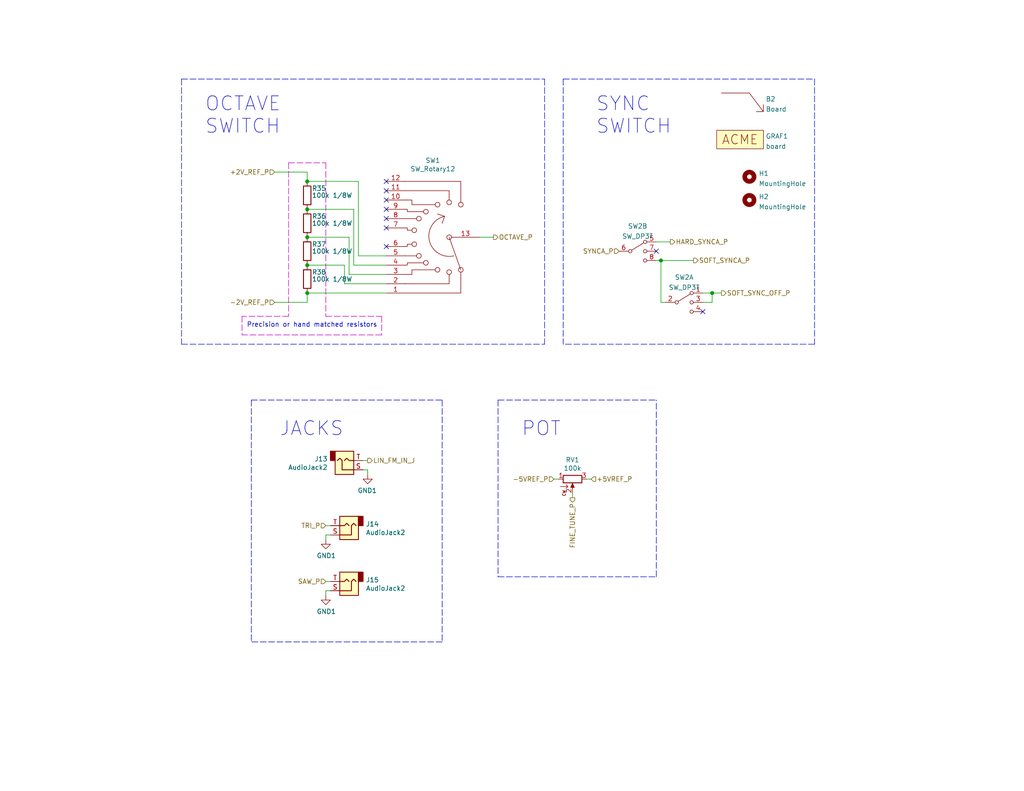
<source format=kicad_sch>
(kicad_sch (version 20211123) (generator eeschema)
  (paper "USLetter")
  (title_block (title "Sidekick VCO") (date "2022-01-30") (company "Rich Holmes / Analog Output") (comment 1 "or neighboring rights to this work. Published from United States.") (comment 2 "To the extent possible under law, Richard Holmes has waived all copyright and related ") (comment 3 "Partly based on designs by Kassutronics, Thomas Henry, and LMNC"))
  (lib_symbols
    (symbol "SW_DP3T_1" (pin_names (offset 0) hide)
      (property "Reference" "SW2" (at 0 6.8367 0))
      (property "Value" "SW_DP3T_1" (at 0 4.0616 0))
      (symbol "SW_DP3T_1_0_1"
        (circle (center -2.032 0) (radius 0.4572))
        (polyline (pts (xy -1.651 0.254) (xy 1.651 2.286)))
        (circle (center 2.032 -2.54) (radius 0.4572))
        (circle (center 2.032 0) (radius 0.4572))
        (circle (center 2.032 2.54) (radius 0.4572))
      )
      (symbol "SW_DP3T_1_1_1"
        (pin passive line (at 5.08 2.54 180) (length 2.54) (name "1") (number "1"))
        (pin passive line (at -5.08 0 0) (length 2.54) (name "2") (number "2"))
        (pin passive line (at 5.08 0 180) (length 2.54) (name "3") (number "3"))
        (pin passive line (at 5.08 -2.54 180) (length 2.54) (name "4") (number "4"))
      )
      (symbol "SW_DP3T_1_2_1"
        (pin passive line (at 5.08 2.54 180) (length 2.54) (name "5") (number "5"))
        (pin passive line (at -5.08 0 0) (length 2.54) (name "6") (number "6"))
        (pin passive line (at 5.08 0 180) (length 2.54) (name "7") (number "7"))
        (pin passive line (at 5.08 -2.54 180) (length 2.54) (name "8") (number "8"))
      )
    )
    (symbol "ao_symbols:AudioJack2"
      (property "Reference" "J" (at 0 8.89 0))
      (property "Value" "AudioJack2" (at 0 6.35 0))
      (symbol "AudioJack2_0_1"
        (rectangle (start -3.81 0) (end -2.54 -2.54) (stroke (width 0.254)) (fill (type outline)))
        (rectangle (start -2.54 3.81) (end 2.54 -2.54) (stroke (width 0.254)) (fill (type background)))
        (polyline (pts (xy 0 0) (xy 0.635 -0.635) (xy 1.27 0) (xy 2.54 0)) (stroke (width 0.254)))
        (polyline (pts (xy 2.54 2.54) (xy -0.635 2.54) (xy -0.635 0) (xy -1.27 -0.635) (xy -1.905 0)) (stroke (width 0.254)))
      )
      (symbol "AudioJack2_1_1"
        (pin passive line (at 5.08 2.54 180) (length 2.54) (name "~") (number "S"))
        (pin passive line (at 5.08 0 180) (length 2.54) (name "~") (number "T"))
      )
    )
    (symbol "ao_symbols:Board" (pin_names (offset 1.016))
      (property "Reference" "B" (at 1.27 3.81 0))
      (property "Value" "Board" (at -3.175 3.81 0))
      (symbol "Board_0_1"
        (polyline (pts (xy 5.08 -2.54) (xy 3.175 -2.54)))
        (polyline (pts (xy -6.35 2.54) (xy 1.27 2.54) (xy 5.08 -2.54) (xy 5.08 -0.635)))
      )
    )
    (symbol "ao_symbols:Graphic" (pin_names (offset 1.016))
      (property "Reference" "GRAF" (at 0 -3.81 0))
      (property "Value" "Graphic" (at 0 3.81 0))
      (symbol "Graphic_0_0"
        (rectangle (start -6.35 2.54) (end 6.35 -2.54) (fill (type background)))
        (text "ACME" (at 0 0 0) (effects (font (size 2.54 2.54))))
      )
    )
    (symbol "ao_symbols:MountingHole" (pin_names (offset 1.016)) (in_bom no)
      (property "Reference" "H" (at 0 5.08 0))
      (property "Value" "MountingHole" (at 0 3.175 0))
      (symbol "MountingHole_0_1"
        (circle (center 0 0) (radius 1.27) (stroke (width 1.27)))
      )
    )
    (symbol "ao_symbols:R" (pin_numbers hide) (pin_names (offset 0))
      (property "Reference" "R" (at 2.032 0 90))
      (property "Value" "R" (at 0 0 90))
      (symbol "R_0_1"
        (rectangle (start -1.016 -2.54) (end 1.016 2.54) (stroke (width 0.254)))
      )
      (symbol "R_1_1"
        (pin passive line (at 0 3.81 270) (length 1.27) (name "~") (number "1"))
        (pin passive line (at 0 -3.81 90) (length 1.27) (name "~") (number "2"))
      )
    )
    (symbol "ao_symbols:R_POT" (pin_names (offset 1.016) hide)
      (property "Reference" "RV" (at -4.445 0 90))
      (property "Value" "R_POT" (at -2.54 0 90))
      (symbol "R_POT_0_0"
        (text "CW" (at 3.81 -2.286 0) (effects (font (size 0.762 0.762))))
      )
      (symbol "R_POT_0_1"
        (rectangle (start -1.016 2.54) (end 1.016 -2.54) (stroke (width 0.254)))
        (polyline (pts (xy 2.032 -3.302) (xy 2.032 -1.27)) (stroke (width 0.1524)))
        (polyline (pts (xy 2.54 0) (xy 1.524 0)))
        (polyline (pts (xy 2.54 -1.778) (xy 2.032 -1.27) (xy 1.524 -1.778)) (stroke (width 0.1524)))
        (polyline (pts (xy 1.143 0) (xy 2.286 -0.508) (xy 2.286 0.508) (xy 1.143 0)) (fill (type outline)))
      )
      (symbol "R_POT_1_1"
        (pin passive line (at 0 -3.81 90) (length 1.27) (name "1") (number "1"))
        (pin passive line (at 3.81 0 180) (length 1.27) (name "2") (number "2"))
        (pin passive line (at 0 3.81 270) (length 1.27) (name "3") (number "3"))
      )
    )
    (symbol "ao_symbols:SW_Rotary12" (pin_names (offset 1.016) hide)
      (property "Reference" "SW" (at 0 17.78 0))
      (property "Value" "SW_Rotary12" (at 0 -17.78 0))
      (symbol "SW_Rotary12_0_0"
        (circle (center -10.16 -8.89) (radius 0.635))
        (circle (center -10.16 8.89) (radius 0.635))
        (circle (center -6.985 -9.525) (radius 0.635))
        (circle (center -6.985 0) (radius 0.635))
        (circle (center -6.985 9.525) (radius 0.635))
        (arc (start -5.715 -5.715) (mid -1.6023 0.949) (end -8.255 5.08))
        (circle (center -3.81 -8.89) (radius 0.635))
        (circle (center -3.81 8.89) (radius 0.635))
        (circle (center -0.635 -6.985) (radius 0.635))
        (circle (center -0.635 6.985) (radius 0.635))
        (polyline (pts (xy -6.985 0) (xy -10.16 8.89)))
        (polyline (pts (xy -5.715 -5.715) (xy -5.08 -3.81)))
        (polyline (pts (xy -5.715 -5.715) (xy -3.81 -6.35)))
        (polyline (pts (xy 1.905 -5.08) (xy 5.08 -5.08)))
        (polyline (pts (xy 1.905 5.08) (xy 5.08 5.08)))
        (polyline (pts (xy -10.16 -9.525) (xy -10.16 -15.24) (xy 5.08 -15.24)))
        (polyline (pts (xy -10.16 9.525) (xy -10.16 15.24) (xy 5.08 15.24)))
        (polyline (pts (xy -6.985 -10.16) (xy -6.985 -12.7) (xy 5.08 -12.7)))
        (polyline (pts (xy -6.985 10.16) (xy -6.985 12.7) (xy 5.08 12.7)))
        (polyline (pts (xy -3.175 -8.89) (xy 3.175 -8.89) (xy 3.175 -10.16) (xy 5.08 -10.16)))
        (polyline (pts (xy -3.175 8.89) (xy 3.175 8.89) (xy 3.175 10.16) (xy 5.08 10.16)))
        (polyline (pts (xy 0 -6.985) (xy 4.445 -6.985) (xy 4.445 -7.62) (xy 5.08 -7.62)))
        (polyline (pts (xy 0 6.985) (xy 4.445 6.985) (xy 4.445 7.62) (xy 5.08 7.62)))
        (polyline (pts (xy 3.175 -1.905) (xy 4.445 -1.905) (xy 4.445 -2.54) (xy 5.08 -2.54)))
        (polyline (pts (xy 3.175 1.905) (xy 4.445 1.905) (xy 4.445 2.54) (xy 5.08 2.54)))
        (circle (center 1.27 -5.08) (radius 0.635))
        (circle (center 1.27 5.08) (radius 0.635))
        (circle (center 2.54 -1.905) (radius 0.635))
        (circle (center 2.54 1.905) (radius 0.635))
      )
      (symbol "SW_Rotary12_0_1"
        (pin passive line (at 10.16 15.24 180) (length 5.08) (name "1") (number "1"))
        (pin passive line (at 10.16 -10.16 180) (length 5.08) (name "10") (number "10"))
        (pin passive line (at 10.16 -12.7 180) (length 5.08) (name "11") (number "11"))
        (pin passive line (at 10.16 -15.24 180) (length 5.08) (name "12") (number "12"))
        (pin passive line (at -15.24 0 0) (length 7.62) (name "13") (number "13"))
        (pin passive line (at 10.16 12.7 180) (length 5.08) (name "2") (number "2"))
        (pin passive line (at 10.16 10.16 180) (length 5.08) (name "3") (number "3"))
        (pin passive line (at 10.16 7.62 180) (length 5.08) (name "4") (number "4"))
        (pin passive line (at 10.16 5.08 180) (length 5.08) (name "5") (number "5"))
        (pin passive line (at 10.16 2.54 180) (length 5.08) (name "6") (number "6"))
        (pin passive line (at 10.16 -2.54 180) (length 5.08) (name "7") (number "7"))
        (pin passive line (at 10.16 -5.08 180) (length 5.08) (name "8") (number "8"))
        (pin passive line (at 10.16 -7.62 180) (length 5.08) (name "9") (number "9"))
      )
    )
    (symbol "herovco:SW_DP3T" (pin_names (offset 0) hide)
      (property "Reference" "SW2" (at 0 6.8367 0))
      (property "Value" "SW_DP3T" (at 0 4.0616 0))
      (symbol "SW_DP3T_0_1"
        (circle (center -2.032 0) (radius 0.4572))
        (polyline (pts (xy -1.651 0.254) (xy 1.651 2.286)))
        (circle (center 2.032 -2.54) (radius 0.4572))
        (circle (center 2.032 0) (radius 0.4572))
        (circle (center 2.032 2.54) (radius 0.4572))
      )
      (symbol "SW_DP3T_1_1"
        (pin passive line (at 5.08 2.54 180) (length 2.54) (name "1") (number "1"))
        (pin passive line (at -5.08 0 0) (length 2.54) (name "2") (number "2"))
        (pin passive line (at 5.08 0 180) (length 2.54) (name "3") (number "3"))
        (pin passive line (at 5.08 -2.54 180) (length 2.54) (name "4") (number "4"))
      )
      (symbol "SW_DP3T_2_1"
        (pin passive line (at 5.08 2.54 180) (length 2.54) (name "5") (number "5"))
        (pin passive line (at -5.08 0 0) (length 2.54) (name "6") (number "6"))
        (pin passive line (at 5.08 0 180) (length 2.54) (name "7") (number "7"))
        (pin passive line (at 5.08 -2.54 180) (length 2.54) (name "8") (number "8"))
      )
    )
    (symbol "power:GND1" (power) (pin_names (offset 0))
      (property "Value" "GND1" (at 0 -3.81 0))
      (symbol "GND1_0_1"
        (polyline (pts (xy 0 0) (xy 0 -1.27) (xy 1.27 -1.27) (xy 0 -2.54) (xy -1.27 -1.27) (xy 0 -1.27)))
      )
      (symbol "GND1_1_1"
        (pin power_in line (at 0 0 270) (length 0) hide (name "GND1") (number "1"))
      )
    )
  )
  (junction (at 83.82 72.39))
  (junction (at 180.34 71.12))
  (junction (at 83.82 57.15))
  (junction (at 83.82 64.77))
  (junction (at 83.82 49.53))
  (junction (at 194.31 80.01))
  (junction (at 83.82 80.01))
  (no_connect (at 191.77 85.09))
  (no_connect (at 105.41 57.15))
  (no_connect (at 105.41 52.07))
  (no_connect (at 105.41 54.61))
  (no_connect (at 105.41 49.53))
  (no_connect (at 105.41 67.31))
  (no_connect (at 105.41 59.69))
  (no_connect (at 105.41 62.23))
  (no_connect (at 179.07 68.58))
  (wire (pts (xy 100.33 128.27) (xy 100.33 129.54)))
  (wire (pts (xy 88.9 161.29) (xy 88.9 162.56)))
  (wire (pts (xy 100.33 125.73) (xy 99.06 125.73)))
  (wire (pts (xy 74.93 46.99) (xy 83.82 46.99)))
  (polyline (pts (xy 78.74 86.36) (xy 66.04 86.36)) (stroke (width 0) (color 194 0 194 1)))
  (wire (pts (xy 93.98 77.47) (xy 105.41 77.47)))
  (wire (pts (xy 83.82 64.77) (xy 95.25 64.77)))
  (wire (pts (xy 83.82 57.15) (xy 96.52 57.15)))
  (wire (pts (xy 181.61 82.55) (xy 180.34 82.55)))
  (wire (pts (xy 134.62 64.77) (xy 130.81 64.77)))
  (wire (pts (xy 97.79 69.85) (xy 105.41 69.85)))
  (polyline (pts (xy 49.53 21.59) (xy 49.53 93.98)))
  (wire (pts (xy 196.85 80.01) (xy 194.31 80.01)))
  (wire (pts (xy 88.9 146.05) (xy 88.9 147.32)))
  (wire (pts (xy 191.77 82.55) (xy 194.31 82.55)))
  (polyline (pts (xy 153.67 21.59) (xy 153.67 93.98)))
  (wire (pts (xy 90.17 146.05) (xy 88.9 146.05)))
  (polyline (pts (xy 222.25 21.59) (xy 222.25 93.98)))
  (polyline (pts (xy 148.59 21.59) (xy 148.59 93.98)))
  (wire (pts (xy 90.17 161.29) (xy 88.9 161.29)))
  (wire (pts (xy 83.82 80.01) (xy 105.41 80.01)))
  (polyline (pts (xy 120.65 109.22) (xy 120.65 175.26)))
  (polyline (pts (xy 88.9 44.45) (xy 88.9 86.36)) (stroke (width 0) (color 194 0 194 1)))
  (wire (pts (xy 93.98 72.39) (xy 93.98 77.47)))
  (polyline (pts (xy 88.9 86.36) (xy 104.14 86.36)) (stroke (width 0) (color 194 0 194 1)))
  (polyline (pts (xy 179.07 157.48) (xy 179.07 109.22)))
  (polyline (pts (xy 120.65 175.26) (xy 68.58 175.26)))
  (polyline (pts (xy 104.14 91.44) (xy 66.04 91.44)) (stroke (width 0) (color 194 0 194 1)))
  (wire (pts (xy 96.52 57.15) (xy 96.52 72.39)))
  (wire (pts (xy 151.13 130.81) (xy 152.4 130.81)))
  (polyline (pts (xy 78.74 44.45) (xy 88.9 44.45)) (stroke (width 0) (color 194 0 194 1)))
  (wire (pts (xy 95.25 74.93) (xy 105.41 74.93)))
  (wire (pts (xy 194.31 80.01) (xy 191.77 80.01)))
  (wire (pts (xy 88.9 158.75) (xy 90.17 158.75)))
  (wire (pts (xy 99.06 128.27) (xy 100.33 128.27)))
  (wire (pts (xy 96.52 72.39) (xy 105.41 72.39)))
  (wire (pts (xy 95.25 64.77) (xy 95.25 74.93)))
  (wire (pts (xy 88.9 143.51) (xy 90.17 143.51)))
  (wire (pts (xy 182.88 66.04) (xy 179.07 66.04)))
  (wire (pts (xy 83.82 49.53) (xy 97.79 49.53)))
  (wire (pts (xy 180.34 82.55) (xy 180.34 71.12)))
  (wire (pts (xy 189.23 71.12) (xy 180.34 71.12)))
  (polyline (pts (xy 135.89 109.22) (xy 135.89 157.48)))
  (polyline (pts (xy 68.58 109.22) (xy 120.65 109.22)))
  (wire (pts (xy 83.82 72.39) (xy 93.98 72.39)))
  (wire (pts (xy 180.34 71.12) (xy 179.07 71.12)))
  (wire (pts (xy 194.31 82.55) (xy 194.31 80.01)))
  (wire (pts (xy 97.79 49.53) (xy 97.79 69.85)))
  (polyline (pts (xy 135.89 157.48) (xy 179.07 157.48)))
  (wire (pts (xy 83.82 80.01) (xy 83.82 82.55)))
  (polyline (pts (xy 153.67 21.59) (xy 222.25 21.59)))
  (wire (pts (xy 161.29 130.81) (xy 160.02 130.81)))
  (wire (pts (xy 74.93 82.55) (xy 83.82 82.55)))
  (polyline (pts (xy 78.74 44.45) (xy 78.74 86.36)) (stroke (width 0) (color 194 0 194 1)))
  (polyline (pts (xy 66.04 86.36) (xy 66.04 91.44)) (stroke (width 0) (color 194 0 194 1)))
  (polyline (pts (xy 135.89 109.22) (xy 179.07 109.22)))
  (polyline (pts (xy 222.25 93.98) (xy 153.67 93.98)))
  (wire (pts (xy 156.21 135.89) (xy 156.21 134.62)))
  (polyline (pts (xy 49.53 93.98) (xy 148.59 93.98)))
  (wire (pts (xy 83.82 46.99) (xy 83.82 49.53)))
  (polyline (pts (xy 68.58 109.22) (xy 68.58 175.26)))
  (polyline (pts (xy 104.14 86.36) (xy 104.14 91.44)) (stroke (width 0) (color 194 0 194 1)))
  (polyline (pts (xy 49.53 21.59) (xy 148.59 21.59)))
  (text "SYNC\nSWITCH" (at 162.56 36.83 0) (effects (font (size 3.81 3.81)) (justify left bottom)))
  (text "JACKS" (at 76.2 119.38 0) (effects (font (size 3.81 3.81)) (justify left bottom)))
  (text "OCTAVE\nSWITCH" (at 55.88 36.83 0) (effects (font (size 3.81 3.81)) (justify left bottom)))
  (text "Precision or hand matched resistors" (at 67.31 89.535 0) (effects (font (size 1.27 1.27)) (justify left bottom)))
  (text "POT" (at 142.24 119.38 0) (effects (font (size 3.81 3.81)) (justify left bottom)))
  (hierarchical_label "OCTAVE_P" (shape output) (at 134.62 64.77 0))
  (hierarchical_label "FINE_TUNE_P" (shape output) (at 156.21 135.89 270))
  (hierarchical_label "+5VREF_P" (shape input) (at 161.29 130.81 0))
  (hierarchical_label "SAW_P" (shape input) (at 88.9 158.75 180))
  (hierarchical_label "LIN_FM_IN_J" (shape output) (at 100.33 125.73 0))
  (hierarchical_label "+2V_REF_P" (shape input) (at 74.93 46.99 180))
  (hierarchical_label "-5VREF_P" (shape input) (at 151.13 130.81 180))
  (hierarchical_label "-2V_REF_P" (shape input) (at 74.93 82.55 180))
  (hierarchical_label "SOFT_SYNC_OFF_P" (shape output) (at 196.85 80.01 0))
  (hierarchical_label "SYNCA_P" (shape input) (at 168.91 68.58 180))
  (hierarchical_label "HARD_SYNCA_P" (shape output) (at 182.88 66.04 0))
  (hierarchical_label "TRI_P" (shape input) (at 88.9 143.51 180))
  (hierarchical_label "SOFT_SYNCA_P" (shape output) (at 189.23 71.12 0))
  (symbol (lib_id "ao_symbols:SW_Rotary12") (at 115.57 64.77 180) (unit 1) (on_board no)
    (property "Reference" "SW1" (at 118.11 43.815 0))
    (property "Value" "SW_Rotary12" (at 118.11 46.1264 0))
    (property "Footprint" "ao_tht:Rotary_Switch" (effects hide))
    (property "Datasheet" "http://cdn-reichelt.de/documents/datenblatt/C200/DS-Serie%23LOR.pdf" (effects hide))
    (property "Vendor" "Tayda" (effects hide))
    (property "SKU" "A-1893" (effects hide))
  )
  (symbol (lib_id "ao_symbols:R") (at 83.82 53.34 0) (mirror x) (unit 1) (on_board no)
    (property "Reference" "R35" (at 85.09 51.435 0) (effects (justify left)))
    (property "Value" "100k 1/8W" (at 85.09 53.34 0) (effects (justify left)))
    (property "Footprint" "ao_tht:R_Axial_DIN0207_L6.3mm_D2.5mm_P10.16mm_Horizontal" (effects hide))
    (property "Vendor" "Tayda" (effects hide))
  )
  (symbol (lib_id "ao_symbols:R") (at 83.82 60.96 0) (mirror x) (unit 1) (on_board no)
    (property "Reference" "R36" (at 85.09 59.055 0) (effects (justify left)))
    (property "Value" "100k 1/8W" (at 85.09 60.96 0) (effects (justify left)))
    (property "Footprint" "ao_tht:R_Axial_DIN0207_L6.3mm_D2.5mm_P10.16mm_Horizontal" (effects hide))
    (property "Vendor" "Tayda" (effects hide))
  )
  (symbol (lib_id "ao_symbols:R") (at 83.82 68.58 0) (mirror x) (unit 1) (on_board no)
    (property "Reference" "R37" (at 85.09 66.675 0) (effects (justify left)))
    (property "Value" "100k 1/8W" (at 85.09 68.58 0) (effects (justify left)))
    (property "Footprint" "ao_tht:R_Axial_DIN0207_L6.3mm_D2.5mm_P10.16mm_Horizontal" (effects hide))
    (property "Vendor" "Tayda" (effects hide))
  )
  (symbol (lib_id "ao_symbols:R") (at 83.82 76.2 0) (mirror x) (unit 1) (on_board no)
    (property "Reference" "R38" (at 85.09 74.295 0) (effects (justify left)))
    (property "Value" "100k 1/8W" (at 85.09 76.2 0) (effects (justify left)))
    (property "Footprint" "ao_tht:R_Axial_DIN0207_L6.3mm_D2.5mm_P10.16mm_Horizontal" (effects hide))
    (property "Vendor" "Tayda" (effects hide))
  )
  (symbol (lib_id "ao_symbols:Graphic") (at 201.93 38.1 0) (unit 1)
    (property "Reference" "GRAF1" (at 208.915 37.1915 0) (effects (justify left)))
    (property "Value" "board" (at 208.915 39.9666 0) (effects (justify left)))
    (property "Footprint" "sidekickvco:sidekick_daughterboard" (effects hide))
    (property "Config" "DNF" (effects hide))
  )
  (symbol (lib_id "power:GND1") (at 88.9 147.32 0) (unit 1)
    (property "Reference" "#PWR03" (effects hide))
    (property "Value" "GND1" (at 89.027 151.7142 0))
  )
  (symbol (lib_id "ao_symbols:AudioJack2") (at 93.98 125.73 0) (mirror x) (unit 1) (on_board no)
    (property "Reference" "J13" (at 89.408 125.2982 0) (effects (justify right)))
    (property "Value" "AudioJack2" (at 89.408 127.6096 0) (effects (justify right)))
    (property "Footprint" "ao_tht:Jack_6.35mm_PJ_629HAN" (effects hide))
    (property "Vendor" "Tayda" (effects hide))
    (property "SKU" "A-1121" (effects hide))
  )
  (symbol (lib_id "ao_symbols:R_POT") (at 156.21 130.81 270) (unit 1) (on_board no)
    (property "Reference" "RV1" (at 156.21 125.5522 90))
    (property "Value" "100k" (at 156.21 127.8636 90))
    (property "Footprint" "ao_tht:Potentiometer_Alpha_RD901F-40-00D_Single_Vertical_centered" (effects hide))
    (property "Vendor" "Tayda" (effects hide))
  )
  (symbol (lib_id "ao_symbols:AudioJack2") (at 95.25 158.75 180) (unit 1) (on_board no)
    (property "Reference" "J15" (at 99.822 158.3182 0) (effects (justify right)))
    (property "Value" "AudioJack2" (at 99.822 160.6296 0) (effects (justify right)))
    (property "Footprint" "ao_tht:Jack_6.35mm_PJ_629HAN" (effects hide))
    (property "Vendor" "Tayda" (effects hide))
    (property "SKU" "A-1121" (effects hide))
  )
  (symbol (lib_id "power:GND1") (at 100.33 129.54 0) (mirror y) (unit 1)
    (property "Reference" "#PWR05" (effects hide))
    (property "Value" "GND1" (at 100.203 133.9342 0))
  )
  (symbol (lib_id "ao_symbols:MountingHole") (at 204.47 54.61 0) (unit 1) (in_bom no)
    (property "Reference" "H2" (at 207.01 53.7015 0) (effects (justify left)))
    (property "Value" "MountingHole" (at 207.01 56.4766 0) (effects (justify left)))
    (property "Footprint" "ao_tht:MountingHole_3.2mm_M3" (effects hide))
    (property "Config" "DNF" (effects hide))
  )
  (symbol (lib_id "ao_symbols:AudioJack2") (at 95.25 143.51 180) (unit 1) (on_board no)
    (property "Reference" "J14" (at 99.822 143.0782 0) (effects (justify right)))
    (property "Value" "AudioJack2" (at 99.822 145.3896 0) (effects (justify right)))
    (property "Footprint" "ao_tht:Jack_6.35mm_PJ_629HAN" (effects hide))
    (property "Vendor" "Tayda" (effects hide))
    (property "SKU" "A-1121" (effects hide))
  )
  (symbol (lib_name "SW_DP3T_1") (lib_id "herovco:SW_DP3T") (at 186.69 82.55 0) (unit 1)
    (property "Reference" "SW2" (at 186.69 75.7133 0))
    (property "Value" "SW_DP3T" (at 186.69 78.4884 0))
    (property "Footprint" "herovco:SW_CK_OS203012MU5QP1_DP3T" (effects hide))
    (property "Manufacturer" "C&K" (effects hide))
    (property "Part" "OS203012MU5QP1‎" (effects hide))
    (property "Vendor" "Digi-Key" (effects hide))
    (property "SKU" "CKN9554-ND" (effects hide))
  )
  (symbol (lib_id "ao_symbols:MountingHole") (at 204.47 48.26 0) (unit 1) (in_bom no)
    (property "Reference" "H1" (at 207.01 47.3515 0) (effects (justify left)))
    (property "Value" "MountingHole" (at 207.01 50.1266 0) (effects (justify left)))
    (property "Footprint" "ao_tht:MountingHole_3.2mm_M3" (effects hide))
    (property "Config" "DNF" (effects hide))
  )
  (symbol (lib_id "power:GND1") (at 88.9 162.56 0) (unit 1)
    (property "Reference" "#PWR04" (effects hide))
    (property "Value" "GND1" (at 89.027 166.9542 0))
  )
  (symbol (lib_id "herovco:SW_DP3T") (at 173.99 68.58 0) (unit 2)
    (property "Reference" "SW2" (at 173.99 61.7433 0))
    (property "Value" "SW_DP3T" (at 173.99 64.5184 0))
    (property "Footprint" "herovco:SW_CK_OS203012MU5QP1_DP3T" (effects hide))
    (property "Manufacturer" "C&K" (effects hide))
    (property "Part" "OS203012MU5QP1‎" (effects hide))
    (property "Vendor" "Digi-Key" (effects hide))
    (property "SKU" "CKN9554-ND" (effects hide))
  )
  (symbol (lib_id "ao_symbols:Board") (at 203.2 27.94 0) (unit 1)
    (property "Reference" "B2" (at 208.915 27.0315 0) (effects (justify left)))
    (property "Value" "Board" (at 208.915 29.8066 0) (effects (justify left)))
    (property "Footprint" "ao_tht:Board_Marker" (effects hide))
    (property "Config" "DNF" (effects hide))
  )
)
</source>
